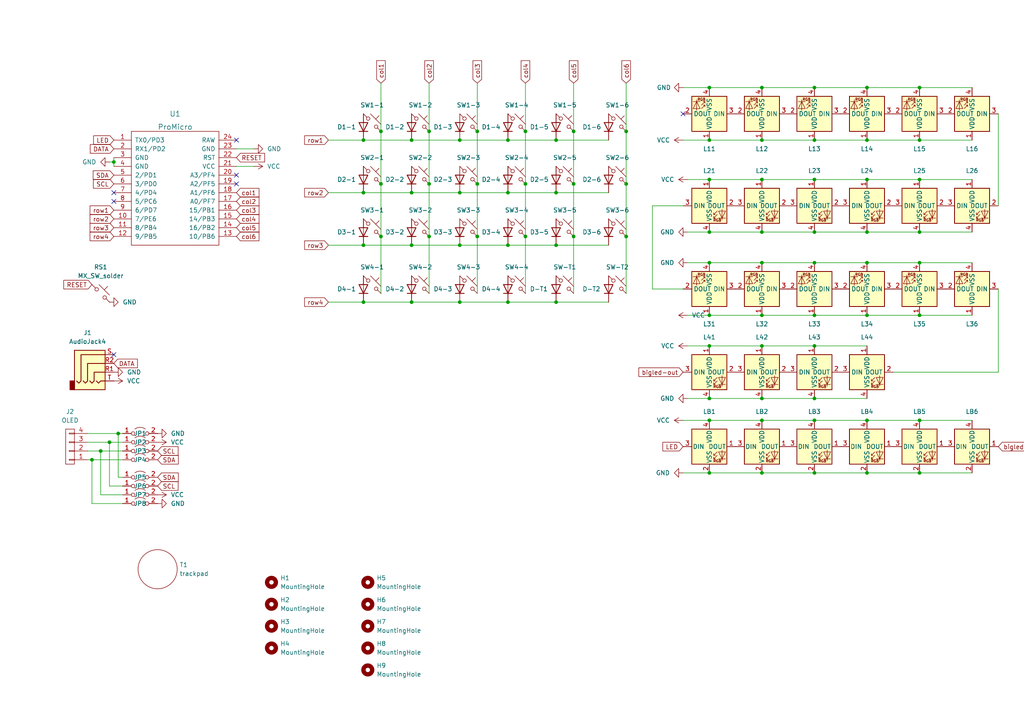
<source format=kicad_sch>
(kicad_sch (version 20211123) (generator eeschema)
  (paper "A4")
  (lib_symbols
    (symbol "Connector:AudioJack4"
      (property "Reference" "J" (at 0 8.89 0))
      (property "Value" "AudioJack4" (at 0 6.35 0))
      (symbol "AudioJack4_0_1"
        (rectangle (start -6.35 -5.08) (end -7.62 -7.62) (stroke (width 0.254)) (fill (type outline)))
        (polyline (pts (xy 0 -5.08) (xy 0.635 -5.715) (xy 1.27 -5.08) (xy 2.54 -5.08)) (stroke (width 0.254)))
        (polyline (pts (xy -5.715 -5.08) (xy -5.08 -5.715) (xy -4.445 -5.08) (xy -4.445 2.54) (xy 2.54 2.54)) (stroke (width 0.254)))
        (polyline (pts (xy -1.905 -5.08) (xy -1.27 -5.715) (xy -0.635 -5.08) (xy -0.635 -2.54) (xy 2.54 -2.54)) (stroke (width 0.254)))
        (polyline (pts (xy 2.54 0) (xy -2.54 0) (xy -2.54 -5.08) (xy -3.175 -5.715) (xy -3.81 -5.08)) (stroke (width 0.254)))
        (rectangle (start 2.54 3.81) (end -6.35 -7.62) (stroke (width 0.254)) (fill (type background)))
      )
      (symbol "AudioJack4_1_1"
        (pin passive line (at 5.08 -2.54 180) (length 2.54) (name "~") (number "R1"))
        (pin passive line (at 5.08 0 180) (length 2.54) (name "~") (number "R2"))
        (pin passive line (at 5.08 2.54 180) (length 2.54) (name "~") (number "S"))
        (pin passive line (at 5.08 -5.08 180) (length 2.54) (name "~") (number "T"))
      )
    )
    (symbol "Diode:1N4148W" (pin_numbers hide) (pin_names hide)
      (property "Reference" "D" (at 0 2.54 0))
      (property "Value" "1N4148W" (at 0 -2.54 0))
      (symbol "1N4148W_0_1"
        (polyline (pts (xy -1.27 1.27) (xy -1.27 -1.27)) (stroke (width 0.254)))
        (polyline (pts (xy 1.27 0) (xy -1.27 0)))
        (polyline (pts (xy 1.27 1.27) (xy 1.27 -1.27) (xy -1.27 0) (xy 1.27 1.27)) (stroke (width 0.254)))
      )
      (symbol "1N4148W_1_1"
        (pin passive line (at -3.81 0 0) (length 2.54) (name "K") (number "1"))
        (pin passive line (at 3.81 0 180) (length 2.54) (name "A") (number "2"))
      )
    )
    (symbol "Jumper:Jumper_2_Open" (pin_names (offset 0) hide)
      (property "Reference" "JP" (at 0 2.794 0))
      (property "Value" "Jumper_2_Open" (at 0 -2.286 0))
      (symbol "Jumper_2_Open_0_0"
        (circle (center -2.032 0) (radius 0.508))
        (circle (center 2.032 0) (radius 0.508))
      )
      (symbol "Jumper_2_Open_0_1"
        (arc (start 1.524 1.27) (mid 0 1.778) (end -1.524 1.27))
      )
      (symbol "Jumper_2_Open_1_1"
        (pin passive line (at -5.08 0 0) (length 2.54) (name "A") (number "1"))
        (pin passive line (at 5.08 0 180) (length 2.54) (name "B") (number "2"))
      )
    )
    (symbol "LED:SK6812MINI" (pin_names (offset 0.254))
      (property "Reference" "D" (at 5.08 5.715 0))
      (property "Value" "SK6812MINI" (at 1.27 -5.715 0))
      (symbol "SK6812MINI_0_0"
        (text "RGB" (at 2.286 -4.191 0) (effects (font (size 0.762 0.762))))
      )
      (symbol "SK6812MINI_0_1"
        (polyline (pts (xy 1.27 -3.556) (xy 1.778 -3.556)))
        (polyline (pts (xy 1.27 -2.54) (xy 1.778 -2.54)))
        (polyline (pts (xy 4.699 -3.556) (xy 2.667 -3.556)))
        (polyline (pts (xy 2.286 -2.54) (xy 1.27 -3.556) (xy 1.27 -3.048)))
        (polyline (pts (xy 2.286 -1.524) (xy 1.27 -2.54) (xy 1.27 -2.032)))
        (polyline (pts (xy 3.683 -1.016) (xy 3.683 -3.556) (xy 3.683 -4.064)))
        (polyline (pts (xy 4.699 -1.524) (xy 2.667 -1.524) (xy 3.683 -3.556) (xy 4.699 -1.524)))
        (rectangle (start 5.08 5.08) (end -5.08 -5.08) (stroke (width 0.254)) (fill (type background)))
      )
      (symbol "SK6812MINI_1_1"
        (pin output line (at 7.62 0 180) (length 2.54) (name "DOUT") (number "1"))
        (pin power_in line (at 0 -7.62 90) (length 2.54) (name "VSS") (number "2"))
        (pin input line (at -7.62 0 0) (length 2.54) (name "DIN") (number "3"))
        (pin power_in line (at 0 7.62 270) (length 2.54) (name "VDD") (number "4"))
      )
    )
    (symbol "Mechanical:MountingHole" (pin_names (offset 1.016))
      (property "Reference" "H" (at 0 5.08 0))
      (property "Value" "MountingHole" (at 0 3.175 0))
      (symbol "MountingHole_0_1"
        (circle (center 0 0) (radius 1.27) (stroke (width 1.27)))
      )
    )
    (symbol "keebio:ProMicro" (pin_names (offset 1.016))
      (property "Reference" "U" (at 0 0 0))
      (property "Value" "ProMicro" (at 0 -19.05 0))
      (symbol "ProMicro_0_1"
        (rectangle (start -12.7 -16.51) (end 12.7 16.51))
      )
      (symbol "ProMicro_1_1"
        (pin input line (at -17.78 13.97 0) (length 5.08) (name "TX0/PD3") (number "1"))
        (pin input line (at -17.78 -8.89 0) (length 5.08) (name "7/PE6") (number "10"))
        (pin input line (at -17.78 -11.43 0) (length 5.08) (name "8/PB4") (number "11"))
        (pin input line (at -17.78 -13.97 0) (length 5.08) (name "9/PB5") (number "12"))
        (pin input line (at 17.78 -13.97 180) (length 5.08) (name "10/PB6") (number "13"))
        (pin input line (at 17.78 -11.43 180) (length 5.08) (name "16/PB2") (number "14"))
        (pin input line (at 17.78 -8.89 180) (length 5.08) (name "14/PB3") (number "15"))
        (pin input line (at 17.78 -6.35 180) (length 5.08) (name "15/PB1") (number "16"))
        (pin input line (at 17.78 -3.81 180) (length 5.08) (name "A0/PF7") (number "17"))
        (pin input line (at 17.78 -1.27 180) (length 5.08) (name "A1/PF6") (number "18"))
        (pin input line (at 17.78 1.27 180) (length 5.08) (name "A2/PF5") (number "19"))
        (pin input line (at -17.78 11.43 0) (length 5.08) (name "RX1/PD2") (number "2"))
        (pin input line (at 17.78 3.81 180) (length 5.08) (name "A3/PF4") (number "20"))
        (pin input line (at 17.78 6.35 180) (length 5.08) (name "VCC") (number "21"))
        (pin input line (at 17.78 8.89 180) (length 5.08) (name "RST") (number "22"))
        (pin input line (at 17.78 11.43 180) (length 5.08) (name "GND") (number "23"))
        (pin input line (at 17.78 13.97 180) (length 5.08) (name "RAW") (number "24"))
        (pin input line (at -17.78 8.89 0) (length 5.08) (name "GND") (number "3"))
        (pin input line (at -17.78 6.35 0) (length 5.08) (name "GND") (number "4"))
        (pin input line (at -17.78 3.81 0) (length 5.08) (name "2/PD1") (number "5"))
        (pin input line (at -17.78 1.27 0) (length 5.08) (name "3/PD0") (number "6"))
        (pin input line (at -17.78 -1.27 0) (length 5.08) (name "4/PD4") (number "7"))
        (pin input line (at -17.78 -3.81 0) (length 5.08) (name "5/PC6") (number "8"))
        (pin input line (at -17.78 -6.35 0) (length 5.08) (name "6/PD7") (number "9"))
      )
    )
    (symbol "lily58-oled:OLED" (pin_names (offset 1.016) hide)
      (property "Reference" "J" (at 0 6.35 0))
      (property "Value" "OLED" (at 2.54 0 90))
      (symbol "OLED_0_1"
        (rectangle (start -1.27 -3.683) (end 0.254 -3.937))
        (rectangle (start -1.27 -1.143) (end 0.254 -1.397))
        (rectangle (start -1.27 1.397) (end 0.254 1.143))
        (rectangle (start -1.27 3.937) (end 0.254 3.683))
        (rectangle (start -1.27 5.08) (end 1.27 -5.08))
      )
      (symbol "OLED_1_1"
        (pin passive line (at -5.08 3.81 0) (length 3.81) (name "P1") (number "1"))
        (pin passive line (at -5.08 1.27 0) (length 3.81) (name "P2") (number "2"))
        (pin passive line (at -5.08 -1.27 0) (length 3.81) (name "P3") (number "3"))
        (pin passive line (at -5.08 -3.81 0) (length 3.81) (name "P4") (number "4"))
      )
    )
    (symbol "marbastlib-choc:choc_SK6812MINI-E"
      (property "Reference" "LED" (at 2.54 -6.35 0))
      (property "Value" "choc_SK6812MINI-E" (at 10.16 6.35 0))
      (symbol "choc_SK6812MINI-E_0_0"
        (text "RGB" (at 2.286 -4.191 0) (effects (font (size 0.762 0.762))))
      )
      (symbol "choc_SK6812MINI-E_0_1"
        (polyline (pts (xy 1.27 -3.556) (xy 1.778 -3.556)))
        (polyline (pts (xy 1.27 -2.54) (xy 1.778 -2.54)))
        (polyline (pts (xy 4.699 -3.556) (xy 2.667 -3.556)))
        (polyline (pts (xy 2.286 -2.54) (xy 1.27 -3.556) (xy 1.27 -3.048)))
        (polyline (pts (xy 2.286 -1.524) (xy 1.27 -2.54) (xy 1.27 -2.032)))
        (polyline (pts (xy 3.683 -1.016) (xy 3.683 -3.556) (xy 3.683 -4.064)))
        (polyline (pts (xy 4.699 -1.524) (xy 2.667 -1.524) (xy 3.683 -3.556) (xy 4.699 -1.524)))
        (rectangle (start 5.08 5.08) (end -5.08 -5.08) (stroke (width 0.254)) (fill (type background)))
      )
      (symbol "choc_SK6812MINI-E_1_1"
        (pin power_in line (at 0 7.62 270) (length 2.54) (name "VDD") (number "1"))
        (pin output line (at 7.62 0 180) (length 2.54) (name "DOUT") (number "2"))
        (pin input line (at -7.62 0 0) (length 2.54) (name "DIN") (number "3"))
        (pin power_in line (at 0 -7.62 90) (length 2.54) (name "VSS") (number "4"))
      )
    )
    (symbol "marbastlib-choc:choc_SW_HS" (pin_numbers hide) (pin_names (offset 1.016) hide)
      (property "Reference" "SW" (at 3.048 1.016 0))
      (property "Value" "choc_SW_HS" (at 0 -3.81 0))
      (symbol "choc_SW_HS_0_1"
        (circle (center -1.1684 1.1684) (radius 0.508))
        (polyline (pts (xy -0.508 2.54) (xy 2.54 -0.508)))
        (polyline (pts (xy 1.016 1.016) (xy 2.032 2.032)))
        (polyline (pts (xy -2.54 2.54) (xy -1.524 1.524) (xy -1.524 1.524)))
        (polyline (pts (xy 1.524 -1.524) (xy 2.54 -2.54) (xy 2.54 -2.54) (xy 2.54 -2.54)))
        (circle (center 1.143 -1.1938) (radius 0.508))
        (pin passive line (at -2.54 2.54 0) (length 0) (name "1") (number "1"))
        (pin passive line (at 2.54 -2.54 180) (length 0) (name "2") (number "2"))
      )
    )
    (symbol "marbastlib-mx:MX_SW_solder" (pin_numbers hide) (pin_names (offset 1.016) hide)
      (property "Reference" "SW" (at 3.048 1.016 0))
      (property "Value" "MX_SW_solder" (at 0 -3.81 0))
      (symbol "MX_SW_solder_0_1"
        (circle (center -1.1684 1.1684) (radius 0.508))
        (polyline (pts (xy -0.508 2.54) (xy 2.54 -0.508)))
        (polyline (pts (xy 1.016 1.016) (xy 2.032 2.032)))
        (polyline (pts (xy -2.54 2.54) (xy -1.524 1.524) (xy -1.524 1.524)))
        (polyline (pts (xy 1.524 -1.524) (xy 2.54 -2.54) (xy 2.54 -2.54) (xy 2.54 -2.54)))
        (circle (center 1.143 -1.1938) (radius 0.508))
        (pin passive line (at -2.54 2.54 0) (length 0) (name "1") (number "1"))
        (pin passive line (at 2.54 -2.54 180) (length 0) (name "2") (number "2"))
      )
    )
    (symbol "power:GND" (power) (pin_names (offset 0))
      (property "Value" "GND" (at 0 -3.81 0))
      (symbol "GND_0_1"
        (polyline (pts (xy 0 0) (xy 0 -1.27) (xy 1.27 -1.27) (xy 0 -2.54) (xy -1.27 -1.27) (xy 0 -1.27)))
      )
      (symbol "GND_1_1"
        (pin power_in line (at 0 0 270) (length 0) hide (name "GND") (number "1"))
      )
    )
    (symbol "power:VCC" (power) (pin_names (offset 0))
      (property "Value" "VCC" (at 0 3.81 0))
      (symbol "VCC_0_1"
        (polyline (pts (xy -0.762 1.27) (xy 0 2.54)))
        (polyline (pts (xy 0 0) (xy 0 2.54)))
        (polyline (pts (xy 0 2.54) (xy 0.762 1.27)))
      )
      (symbol "VCC_1_1"
        (pin power_in line (at 0 0 90) (length 0) hide (name "VCC") (number "1"))
      )
    )
    (symbol "project:trackpad"
      (property "Reference" "F" (at 0 2.54 0))
      (property "Value" "trackpad" (at 0 0 0))
      (symbol "trackpad_0_1"
        (circle (center 0 0) (radius 5.6796))
      )
    )
  )
  (junction (at 152.4 53.34))
  (junction (at 266.7 121.92))
  (junction (at 119.38 87.63))
  (junction (at 33.02 46.99))
  (junction (at 220.98 121.92))
  (junction (at 205.74 25.4))
  (junction (at 236.22 40.64))
  (junction (at 220.98 40.64))
  (junction (at 251.46 91.44))
  (junction (at 166.37 53.34))
  (junction (at 251.46 40.64))
  (junction (at 236.22 52.07))
  (junction (at 220.98 115.57))
  (junction (at 26.67 133.35))
  (junction (at 119.38 40.64))
  (junction (at 220.98 67.31))
  (junction (at 236.22 76.2))
  (junction (at 147.32 71.12))
  (junction (at 251.46 121.92))
  (junction (at 166.37 68.58))
  (junction (at 152.4 68.58))
  (junction (at 161.29 71.12))
  (junction (at 205.74 115.57))
  (junction (at 205.74 76.2))
  (junction (at 166.37 38.1))
  (junction (at 205.74 91.44))
  (junction (at 133.35 71.12))
  (junction (at 133.35 55.88))
  (junction (at 138.43 53.34))
  (junction (at 236.22 100.33))
  (junction (at 110.49 53.34))
  (junction (at 220.98 25.4))
  (junction (at 251.46 76.2))
  (junction (at 236.22 67.31))
  (junction (at 119.38 71.12))
  (junction (at 152.4 38.1))
  (junction (at 124.46 53.34))
  (junction (at 105.41 87.63))
  (junction (at 220.98 137.16))
  (junction (at 181.61 68.58))
  (junction (at 220.98 100.33))
  (junction (at 181.61 38.1))
  (junction (at 124.46 38.1))
  (junction (at 205.74 52.07))
  (junction (at 251.46 25.4))
  (junction (at 161.29 40.64))
  (junction (at 266.7 137.16))
  (junction (at 105.41 55.88))
  (junction (at 236.22 121.92))
  (junction (at 266.7 67.31))
  (junction (at 220.98 76.2))
  (junction (at 133.35 87.63))
  (junction (at 181.61 53.34))
  (junction (at 147.32 55.88))
  (junction (at 236.22 115.57))
  (junction (at 147.32 87.63))
  (junction (at 205.74 137.16))
  (junction (at 251.46 67.31))
  (junction (at 266.7 76.2))
  (junction (at 119.38 55.88))
  (junction (at 205.74 100.33))
  (junction (at 205.74 67.31))
  (junction (at 266.7 25.4))
  (junction (at 161.29 55.88))
  (junction (at 236.22 91.44))
  (junction (at 138.43 38.1))
  (junction (at 110.49 68.58))
  (junction (at 220.98 91.44))
  (junction (at 266.7 91.44))
  (junction (at 251.46 137.16))
  (junction (at 105.41 71.12))
  (junction (at 34.29 125.73))
  (junction (at 29.21 130.81))
  (junction (at 31.75 128.27))
  (junction (at 110.49 38.1))
  (junction (at 266.7 52.07))
  (junction (at 138.43 68.58))
  (junction (at 266.7 40.64))
  (junction (at 124.46 68.58))
  (junction (at 161.29 87.63))
  (junction (at 205.74 121.92))
  (junction (at 105.41 40.64))
  (junction (at 236.22 137.16))
  (junction (at 236.22 25.4))
  (junction (at 205.74 40.64))
  (junction (at 133.35 40.64))
  (junction (at 251.46 52.07))
  (junction (at 147.32 40.64))
  (junction (at 220.98 52.07))
  (no_connect (at 68.58 50.8))
  (no_connect (at 198.12 33.02))
  (no_connect (at 33.02 55.88))
  (no_connect (at 68.58 40.64))
  (no_connect (at 33.02 102.87))
  (no_connect (at 68.58 53.34))
  (no_connect (at 33.02 58.42))
  (wire (pts (xy 25.4 125.73) (xy 34.29 125.73)))
  (wire (pts (xy 181.61 38.1) (xy 181.61 53.34)))
  (wire (pts (xy 105.41 55.88) (xy 119.38 55.88)))
  (wire (pts (xy 236.22 76.2) (xy 251.46 76.2)))
  (wire (pts (xy 189.23 83.82) (xy 189.23 59.69)))
  (wire (pts (xy 205.74 115.57) (xy 220.98 115.57)))
  (wire (pts (xy 29.21 143.51) (xy 35.56 143.51)))
  (wire (pts (xy 199.39 91.44) (xy 205.74 91.44)))
  (wire (pts (xy 152.4 24.13) (xy 152.4 38.1)))
  (wire (pts (xy 105.41 87.63) (xy 119.38 87.63)))
  (wire (pts (xy 152.4 68.58) (xy 152.4 85.09)))
  (wire (pts (xy 95.25 71.12) (xy 105.41 71.12)))
  (wire (pts (xy 205.74 137.16) (xy 220.98 137.16)))
  (wire (pts (xy 199.39 52.07) (xy 205.74 52.07)))
  (wire (pts (xy 161.29 55.88) (xy 176.53 55.88)))
  (wire (pts (xy 34.29 138.43) (xy 35.56 138.43)))
  (wire (pts (xy 220.98 91.44) (xy 236.22 91.44)))
  (wire (pts (xy 166.37 24.13) (xy 166.37 38.1)))
  (wire (pts (xy 33.02 46.99) (xy 33.02 45.72)))
  (wire (pts (xy 205.74 76.2) (xy 220.98 76.2)))
  (wire (pts (xy 138.43 53.34) (xy 138.43 68.58)))
  (wire (pts (xy 205.74 67.31) (xy 220.98 67.31)))
  (wire (pts (xy 199.39 76.2) (xy 205.74 76.2)))
  (wire (pts (xy 138.43 68.58) (xy 138.43 85.09)))
  (wire (pts (xy 152.4 53.34) (xy 152.4 68.58)))
  (wire (pts (xy 251.46 121.92) (xy 266.7 121.92)))
  (wire (pts (xy 181.61 53.34) (xy 181.61 68.58)))
  (wire (pts (xy 251.46 25.4) (xy 266.7 25.4)))
  (wire (pts (xy 147.32 71.12) (xy 161.29 71.12)))
  (wire (pts (xy 119.38 55.88) (xy 133.35 55.88)))
  (wire (pts (xy 26.67 133.35) (xy 26.67 146.05)))
  (wire (pts (xy 110.49 38.1) (xy 110.49 53.34)))
  (wire (pts (xy 124.46 68.58) (xy 124.46 85.09)))
  (wire (pts (xy 133.35 55.88) (xy 147.32 55.88)))
  (wire (pts (xy 266.7 137.16) (xy 281.94 137.16)))
  (wire (pts (xy 236.22 121.92) (xy 251.46 121.92)))
  (wire (pts (xy 251.46 40.64) (xy 266.7 40.64)))
  (wire (pts (xy 236.22 67.31) (xy 251.46 67.31)))
  (wire (pts (xy 25.4 130.81) (xy 29.21 130.81)))
  (wire (pts (xy 220.98 76.2) (xy 236.22 76.2)))
  (wire (pts (xy 220.98 100.33) (xy 236.22 100.33)))
  (wire (pts (xy 25.4 128.27) (xy 31.75 128.27)))
  (wire (pts (xy 29.21 130.81) (xy 29.21 143.51)))
  (wire (pts (xy 105.41 71.12) (xy 119.38 71.12)))
  (wire (pts (xy 133.35 87.63) (xy 147.32 87.63)))
  (wire (pts (xy 236.22 40.64) (xy 251.46 40.64)))
  (wire (pts (xy 205.74 91.44) (xy 220.98 91.44)))
  (wire (pts (xy 138.43 38.1) (xy 138.43 53.34)))
  (wire (pts (xy 236.22 115.57) (xy 251.46 115.57)))
  (wire (pts (xy 251.46 137.16) (xy 266.7 137.16)))
  (wire (pts (xy 110.49 53.34) (xy 110.49 68.58)))
  (wire (pts (xy 251.46 52.07) (xy 266.7 52.07)))
  (wire (pts (xy 205.74 52.07) (xy 220.98 52.07)))
  (wire (pts (xy 236.22 100.33) (xy 251.46 100.33)))
  (wire (pts (xy 133.35 40.64) (xy 147.32 40.64)))
  (wire (pts (xy 161.29 40.64) (xy 176.53 40.64)))
  (wire (pts (xy 251.46 67.31) (xy 266.7 67.31)))
  (wire (pts (xy 110.49 24.13) (xy 110.49 38.1)))
  (wire (pts (xy 105.41 40.64) (xy 119.38 40.64)))
  (wire (pts (xy 26.67 146.05) (xy 35.56 146.05)))
  (wire (pts (xy 266.7 40.64) (xy 281.94 40.64)))
  (wire (pts (xy 205.74 39.37) (xy 205.74 40.64)))
  (wire (pts (xy 266.7 91.44) (xy 281.94 91.44)))
  (wire (pts (xy 205.74 100.33) (xy 220.98 100.33)))
  (wire (pts (xy 147.32 55.88) (xy 161.29 55.88)))
  (wire (pts (xy 199.39 115.57) (xy 205.74 115.57)))
  (wire (pts (xy 198.12 83.82) (xy 189.23 83.82)))
  (wire (pts (xy 33.02 46.99) (xy 33.02 48.26)))
  (wire (pts (xy 251.46 76.2) (xy 266.7 76.2)))
  (wire (pts (xy 133.35 71.12) (xy 147.32 71.12)))
  (wire (pts (xy 95.25 55.88) (xy 105.41 55.88)))
  (wire (pts (xy 236.22 91.44) (xy 251.46 91.44)))
  (wire (pts (xy 236.22 52.07) (xy 251.46 52.07)))
  (wire (pts (xy 205.74 121.92) (xy 220.98 121.92)))
  (wire (pts (xy 124.46 24.13) (xy 124.46 38.1)))
  (wire (pts (xy 31.75 128.27) (xy 31.75 140.97)))
  (wire (pts (xy 220.98 115.57) (xy 236.22 115.57)))
  (wire (pts (xy 31.75 140.97) (xy 35.56 140.97)))
  (wire (pts (xy 138.43 24.13) (xy 138.43 38.1)))
  (wire (pts (xy 236.22 25.4) (xy 251.46 25.4)))
  (wire (pts (xy 220.98 67.31) (xy 236.22 67.31)))
  (wire (pts (xy 95.25 40.64) (xy 105.41 40.64)))
  (wire (pts (xy 152.4 38.1) (xy 152.4 53.34)))
  (wire (pts (xy 198.12 121.92) (xy 205.74 121.92)))
  (wire (pts (xy 26.67 133.35) (xy 35.56 133.35)))
  (wire (pts (xy 189.23 59.69) (xy 198.12 59.69)))
  (wire (pts (xy 198.12 25.4) (xy 205.74 25.4)))
  (wire (pts (xy 199.39 100.33) (xy 205.74 100.33)))
  (wire (pts (xy 289.56 107.95) (xy 259.08 107.95)))
  (wire (pts (xy 205.74 40.64) (xy 220.98 40.64)))
  (wire (pts (xy 119.38 40.64) (xy 133.35 40.64)))
  (wire (pts (xy 161.29 87.63) (xy 176.53 87.63)))
  (wire (pts (xy 147.32 87.63) (xy 161.29 87.63)))
  (wire (pts (xy 29.21 130.81) (xy 35.56 130.81)))
  (wire (pts (xy 198.12 40.64) (xy 205.74 40.64)))
  (wire (pts (xy 220.98 52.07) (xy 236.22 52.07)))
  (wire (pts (xy 236.22 137.16) (xy 251.46 137.16)))
  (wire (pts (xy 147.32 40.64) (xy 161.29 40.64)))
  (wire (pts (xy 166.37 38.1) (xy 166.37 53.34)))
  (wire (pts (xy 110.49 68.58) (xy 110.49 85.09)))
  (wire (pts (xy 220.98 121.92) (xy 236.22 121.92)))
  (wire (pts (xy 25.4 133.35) (xy 26.67 133.35)))
  (wire (pts (xy 166.37 53.34) (xy 166.37 68.58)))
  (wire (pts (xy 220.98 25.4) (xy 236.22 25.4)))
  (wire (pts (xy 198.12 137.16) (xy 205.74 137.16)))
  (wire (pts (xy 266.7 67.31) (xy 281.94 67.31)))
  (wire (pts (xy 220.98 40.64) (xy 236.22 40.64)))
  (wire (pts (xy 166.37 68.58) (xy 166.37 85.09)))
  (wire (pts (xy 73.66 43.18) (xy 68.58 43.18)))
  (wire (pts (xy 34.29 125.73) (xy 35.56 125.73)))
  (wire (pts (xy 124.46 53.34) (xy 124.46 68.58)))
  (wire (pts (xy 124.46 38.1) (xy 124.46 53.34)))
  (wire (pts (xy 266.7 121.92) (xy 281.94 121.92)))
  (wire (pts (xy 31.75 46.99) (xy 33.02 46.99)))
  (wire (pts (xy 199.39 67.31) (xy 205.74 67.31)))
  (wire (pts (xy 161.29 71.12) (xy 176.53 71.12)))
  (wire (pts (xy 266.7 52.07) (xy 281.94 52.07)))
  (wire (pts (xy 31.75 128.27) (xy 35.56 128.27)))
  (wire (pts (xy 289.56 83.82) (xy 289.56 107.95)))
  (wire (pts (xy 181.61 68.58) (xy 181.61 85.09)))
  (wire (pts (xy 181.61 24.13) (xy 181.61 38.1)))
  (wire (pts (xy 251.46 91.44) (xy 266.7 91.44)))
  (wire (pts (xy 95.25 87.63) (xy 105.41 87.63)))
  (wire (pts (xy 266.7 25.4) (xy 281.94 25.4)))
  (wire (pts (xy 220.98 137.16) (xy 236.22 137.16)))
  (wire (pts (xy 205.74 25.4) (xy 220.98 25.4)))
  (wire (pts (xy 289.56 33.02) (xy 289.56 59.69)))
  (wire (pts (xy 119.38 87.63) (xy 133.35 87.63)))
  (wire (pts (xy 119.38 71.12) (xy 133.35 71.12)))
  (wire (pts (xy 73.66 48.26) (xy 68.58 48.26)))
  (wire (pts (xy 34.29 125.73) (xy 34.29 138.43)))
  (wire (pts (xy 266.7 76.2) (xy 281.94 76.2)))
  (global_label "col2" (shape input) (at 124.46 24.13 90) (property "Intersheet References" "${INTERSHEET_REFS}" (effects hide)))
  (global_label "SCL" (shape input) (at 45.72 130.81 0) (property "Intersheet References" "${INTERSHEET_REFS}" (effects hide)))
  (global_label "DATA" (shape input) (at 33.02 43.18 180) (property "Intersheet References" "${INTERSHEET_REFS}" (effects hide)))
  (global_label "LED" (shape input) (at 198.12 129.54 180) (property "Intersheet References" "${INTERSHEET_REFS}" (effects hide)))
  (global_label "row4" (shape input) (at 95.25 87.63 180) (property "Intersheet References" "${INTERSHEET_REFS}" (effects hide)))
  (global_label "col5" (shape input) (at 166.37 24.13 90) (property "Intersheet References" "${INTERSHEET_REFS}" (effects hide)))
  (global_label "row4" (shape input) (at 33.02 68.58 180) (property "Intersheet References" "${INTERSHEET_REFS}" (effects hide)))
  (global_label "row3" (shape input) (at 33.02 66.04 180) (property "Intersheet References" "${INTERSHEET_REFS}" (effects hide)))
  (global_label "row3" (shape input) (at 95.25 71.12 180) (property "Intersheet References" "${INTERSHEET_REFS}" (effects hide)))
  (global_label "col3" (shape input) (at 68.58 60.96 0) (property "Intersheet References" "${INTERSHEET_REFS}" (effects hide)))
  (global_label "DATA" (shape input) (at 33.02 105.41 0) (property "Intersheet References" "${INTERSHEET_REFS}" (effects hide)))
  (global_label "bigled-out" (shape input) (at 198.12 107.95 180) (property "Intersheet References" "${INTERSHEET_REFS}" (effects hide)))
  (global_label "col2" (shape input) (at 68.58 58.42 0) (property "Intersheet References" "${INTERSHEET_REFS}" (effects hide)))
  (global_label "row1" (shape input) (at 95.25 40.64 180) (property "Intersheet References" "${INTERSHEET_REFS}" (effects hide)))
  (global_label "row1" (shape input) (at 33.02 60.96 180) (property "Intersheet References" "${INTERSHEET_REFS}" (effects hide)))
  (global_label "col4" (shape input) (at 152.4 24.13 90) (property "Intersheet References" "${INTERSHEET_REFS}" (effects hide)))
  (global_label "row2" (shape input) (at 95.25 55.88 180) (property "Intersheet References" "${INTERSHEET_REFS}" (effects hide)))
  (global_label "row2" (shape input) (at 33.02 63.5 180) (property "Intersheet References" "${INTERSHEET_REFS}" (effects hide)))
  (global_label "RESET" (shape input) (at 68.58 45.72 0) (property "Intersheet References" "${INTERSHEET_REFS}" (effects hide)))
  (global_label "col3" (shape input) (at 138.43 24.13 90) (property "Intersheet References" "${INTERSHEET_REFS}" (effects hide)))
  (global_label "col6" (shape input) (at 68.58 68.58 0) (property "Intersheet References" "${INTERSHEET_REFS}" (effects hide)))
  (global_label "SDA" (shape input) (at 45.72 133.35 0) (property "Intersheet References" "${INTERSHEET_REFS}" (effects hide)))
  (global_label "SDA" (shape input) (at 33.02 50.8 180) (property "Intersheet References" "${INTERSHEET_REFS}" (effects hide)))
  (global_label "LED" (shape input) (at 33.02 40.64 180) (property "Intersheet References" "${INTERSHEET_REFS}" (effects hide)))
  (global_label "col1" (shape input) (at 110.49 24.13 90) (property "Intersheet References" "${INTERSHEET_REFS}" (effects hide)))
  (global_label "SCL" (shape input) (at 33.02 53.34 180) (property "Intersheet References" "${INTERSHEET_REFS}" (effects hide)))
  (global_label "col4" (shape input) (at 68.58 63.5 0) (property "Intersheet References" "${INTERSHEET_REFS}" (effects hide)))
  (global_label "SDA" (shape input) (at 45.72 138.43 0) (property "Intersheet References" "${INTERSHEET_REFS}" (effects hide)))
  (global_label "RESET" (shape input) (at 26.67 82.55 180) (property "Intersheet References" "${INTERSHEET_REFS}" (effects hide)))
  (global_label "col1" (shape input) (at 68.58 55.88 0) (property "Intersheet References" "${INTERSHEET_REFS}" (effects hide)))
  (global_label "SCL" (shape input) (at 45.72 140.97 0) (property "Intersheet References" "${INTERSHEET_REFS}" (effects hide)))
  (global_label "col5" (shape input) (at 68.58 66.04 0) (property "Intersheet References" "${INTERSHEET_REFS}" (effects hide)))
  (global_label "col6" (shape input) (at 181.61 24.13 90) (property "Intersheet References" "${INTERSHEET_REFS}" (effects hide)))
  (global_label "bigled-out" (shape input) (at 289.56 129.54 0) (property "Intersheet References" "${INTERSHEET_REFS}" (effects hide)))
  (symbol (lib_id "Diode:1N4148W") (at 105.41 83.82 90) (unit 1)
    (property "Reference" "D4-1" (at 97.79 83.82 90) (effects (justify right)))
    (property "Value" "1N4148W" (effects hide))
    (property "Footprint" "Footprints:Diode_SOD123" (effects hide))
    (property "Datasheet" "https://www.vishay.com/docs/85748/1n4148w.pdf" (effects hide))
  )
  (symbol (lib_id "marbastlib-choc:choc_SK6812MINI-E") (at 251.46 107.95 0) (unit 1)
    (property "Reference" "L44" (at 251.46 97.79 0))
    (property "Value" "choc_SK6812MINI-E" (effects hide))
    (property "Footprint" "Footprints:LED_choc_6028R_doublesided_rotated_twice" (effects hide))
  )
  (symbol (lib_id "marbastlib-choc:choc_SW_HS") (at 149.86 82.55 0) (unit 1)
    (property "Reference" "SW4-4" (at 149.86 77.47 0))
    (property "Value" "choc_SW_HS" (effects hide))
    (property "Footprint" "Footprints:SW_choc_HS_1u_reversible_rotated" (effects hide))
  )
  (symbol (lib_id "Diode:1N4148W") (at 133.35 83.82 90) (unit 1)
    (property "Reference" "D4-3" (at 125.73 83.82 90) (effects (justify right)))
    (property "Value" "1N4148W" (effects hide))
    (property "Footprint" "Footprints:Diode_SOD123" (effects hide))
    (property "Datasheet" "https://www.vishay.com/docs/85748/1n4148w.pdf" (effects hide))
  )
  (symbol (lib_id "power:VCC") (at 199.39 100.33 90) (unit 1)
    (property "Reference" "#PWR0113" (effects hide))
    (property "Value" "VCC" (at 195.58 100.3299 90) (effects (justify left)))
  )
  (symbol (lib_id "power:GND") (at 31.75 87.63 90) (unit 1)
    (property "Reference" "#PWR0101" (effects hide))
    (property "Value" "GND" (at 35.56 87.6299 90) (effects (justify right)))
  )
  (symbol (lib_id "marbastlib-choc:choc_SW_HS") (at 163.83 35.56 0) (unit 1)
    (property "Reference" "SW1-5" (at 163.83 30.48 0))
    (property "Value" "choc_SW_HS" (effects hide))
    (property "Footprint" "Footprints:SW_choc_HS_1u_reversible_rotated" (effects hide))
  )
  (symbol (lib_id "marbastlib-choc:choc_SK6812MINI-E") (at 266.7 33.02 180) (unit 1)
    (property "Reference" "L15" (at 266.7 43.18 0))
    (property "Value" "choc_SK6812MINI-E" (effects hide))
    (property "Footprint" "Footprints:LED_choc_6028R_doublesided_rotated" (effects hide))
  )
  (symbol (lib_id "Diode:1N4148W") (at 147.32 67.31 90) (unit 1)
    (property "Reference" "D3-4" (at 139.7 67.31 90) (effects (justify right)))
    (property "Value" "1N4148W" (effects hide))
    (property "Footprint" "Footprints:Diode_SOD123" (effects hide))
    (property "Datasheet" "https://www.vishay.com/docs/85748/1n4148w.pdf" (effects hide))
  )
  (symbol (lib_id "Diode:1N4148W") (at 119.38 67.31 90) (unit 1)
    (property "Reference" "D3-2" (at 111.76 67.31 90) (effects (justify right)))
    (property "Value" "1N4148W" (effects hide))
    (property "Footprint" "Footprints:Diode_SOD123" (effects hide))
    (property "Datasheet" "https://www.vishay.com/docs/85748/1n4148w.pdf" (effects hide))
  )
  (symbol (lib_id "marbastlib-choc:choc_SW_HS") (at 179.07 82.55 0) (unit 1)
    (property "Reference" "SW-T2" (at 179.07 77.47 0))
    (property "Value" "choc_SW_HS" (effects hide))
    (property "Footprint" "Footprints:SW_PUSH_6mm_H5mm" (effects hide))
  )
  (symbol (lib_id "power:VCC") (at 45.72 143.51 270) (unit 1)
    (property "Reference" "#PWR03" (effects hide))
    (property "Value" "VCC" (at 49.53 143.5099 90) (effects (justify left)))
  )
  (symbol (lib_id "Mechanical:MountingHole") (at 78.74 181.61 0) (unit 1)
    (property "Reference" "H3" (at 81.28 180.3399 0) (effects (justify left)))
    (property "Value" "MountingHole" (at 81.28 182.8799 0) (effects (justify left)))
    (property "Footprint" "Footprints:MountingHole_2.2mm_M2_ISO14580_Pad" (effects hide))
  )
  (symbol (lib_id "power:VCC") (at 33.02 110.49 270) (unit 1)
    (property "Reference" "#PWR0110" (effects hide))
    (property "Value" "VCC" (at 36.83 110.4899 90) (effects (justify left)))
  )
  (symbol (lib_id "marbastlib-choc:choc_SK6812MINI-E") (at 251.46 83.82 180) (unit 1)
    (property "Reference" "L34" (at 251.46 93.98 0))
    (property "Value" "choc_SK6812MINI-E" (effects hide))
    (property "Footprint" "Footprints:LED_choc_6028R_doublesided_rotated" (effects hide))
  )
  (symbol (lib_id "Jumper:Jumper_2_Open") (at 40.64 130.81 0) (unit 1)
    (property "Reference" "JP3" (at 40.64 130.81 0))
    (property "Value" "Jumper_2_Open" (effects hide))
    (property "Footprint" "Footprints:Jumper" (effects hide))
  )
  (symbol (lib_id "marbastlib-choc:choc_SW_HS") (at 135.89 35.56 0) (unit 1)
    (property "Reference" "SW1-3" (at 135.89 30.48 0))
    (property "Value" "choc_SW_HS" (effects hide))
    (property "Footprint" "Footprints:SW_choc_HS_1u_reversible_rotated" (effects hide))
  )
  (symbol (lib_id "Mechanical:MountingHole") (at 78.74 175.26 0) (unit 1)
    (property "Reference" "H2" (at 81.28 173.9899 0) (effects (justify left)))
    (property "Value" "MountingHole" (at 81.28 176.5299 0) (effects (justify left)))
    (property "Footprint" "Footprints:MountingHole_2.2mm_M2_ISO14580_Pad" (effects hide))
  )
  (symbol (lib_id "power:VCC") (at 198.12 40.64 90) (unit 1)
    (property "Reference" "#PWR0106" (effects hide))
    (property "Value" "VCC" (at 190.5 40.64 90) (effects (justify right)))
  )
  (symbol (lib_id "power:GND") (at 45.72 146.05 90) (unit 1)
    (property "Reference" "#PWR04" (effects hide))
    (property "Value" "GND" (at 49.53 146.0499 90) (effects (justify right)))
  )
  (symbol (lib_id "LED:SK6812MINI") (at 266.7 129.54 0) (unit 1)
    (property "Reference" "LB5" (at 266.7 119.38 0))
    (property "Value" "SK6812MINI" (effects hide))
    (property "Footprint" "Footprints:LED_SK6812MINI_PLCC4_3.5x3.5mm_P1.75mm" (effects hide))
    (property "Datasheet" "https://cdn-shop.adafruit.com/product-files/2686/SK6812MINI_REV.01-1-2.pdf" (effects hide))
  )
  (symbol (lib_id "marbastlib-choc:choc_SK6812MINI-E") (at 281.94 83.82 180) (unit 1)
    (property "Reference" "L36" (at 281.94 93.98 0))
    (property "Value" "choc_SK6812MINI-E" (effects hide))
    (property "Footprint" "Footprints:LED_choc_6028R_doublesided_rotated" (effects hide))
  )
  (symbol (lib_id "Mechanical:MountingHole") (at 78.74 168.91 0) (unit 1)
    (property "Reference" "H1" (at 81.28 167.6399 0) (effects (justify left)))
    (property "Value" "MountingHole" (at 81.28 170.1799 0) (effects (justify left)))
    (property "Footprint" "Footprints:MountingHole_2.2mm_M2_ISO14580_Pad" (effects hide))
  )
  (symbol (lib_id "power:VCC") (at 45.72 128.27 270) (unit 1)
    (property "Reference" "#PWR02" (effects hide))
    (property "Value" "VCC" (at 49.53 128.2699 90) (effects (justify left)))
  )
  (symbol (lib_id "Diode:1N4148W") (at 161.29 36.83 90) (unit 1)
    (property "Reference" "D1-5" (at 153.67 36.83 90) (effects (justify right)))
    (property "Value" "1N4148W" (effects hide))
    (property "Footprint" "Footprints:Diode_SOD123" (effects hide))
    (property "Datasheet" "https://www.vishay.com/docs/85748/1n4148w.pdf" (effects hide))
  )
  (symbol (lib_id "marbastlib-choc:choc_SK6812MINI-E") (at 251.46 33.02 180) (unit 1)
    (property "Reference" "L14" (at 251.46 43.18 0))
    (property "Value" "choc_SK6812MINI-E" (effects hide))
    (property "Footprint" "Footprints:LED_choc_6028R_doublesided_rotated" (effects hide))
  )
  (symbol (lib_id "Diode:1N4148W") (at 147.32 52.07 90) (unit 1)
    (property "Reference" "D2-4" (at 139.7 52.07 90) (effects (justify right)))
    (property "Value" "1N4148W" (effects hide))
    (property "Footprint" "Footprints:Diode_SOD123" (effects hide))
    (property "Datasheet" "https://www.vishay.com/docs/85748/1n4148w.pdf" (effects hide))
  )
  (symbol (lib_id "marbastlib-choc:choc_SW_HS") (at 121.92 66.04 0) (unit 1)
    (property "Reference" "SW3-2" (at 121.92 60.96 0))
    (property "Value" "choc_SW_HS" (effects hide))
    (property "Footprint" "Footprints:SW_choc_HS_1u_reversible_rotated" (effects hide))
  )
  (symbol (lib_id "marbastlib-choc:choc_SK6812MINI-E") (at 236.22 59.69 0) (unit 1)
    (property "Reference" "L23" (at 236.22 49.53 0))
    (property "Value" "choc_SK6812MINI-E" (effects hide))
    (property "Footprint" "Footprints:LED_choc_6028R_doublesided_rotated_twice" (effects hide))
  )
  (symbol (lib_id "marbastlib-choc:choc_SW_HS") (at 135.89 66.04 0) (unit 1)
    (property "Reference" "SW3-3" (at 135.89 60.96 0))
    (property "Value" "choc_SW_HS" (effects hide))
    (property "Footprint" "Footprints:SW_choc_HS_1u_reversible_rotated" (effects hide))
  )
  (symbol (lib_id "marbastlib-choc:choc_SW_HS") (at 107.95 35.56 0) (unit 1)
    (property "Reference" "SW1-1" (at 107.95 30.48 0))
    (property "Value" "choc_SW_HS" (effects hide))
    (property "Footprint" "Footprints:SW_choc_HS_1u_reversible_rotated" (effects hide))
  )
  (symbol (lib_id "LED:SK6812MINI") (at 220.98 129.54 0) (unit 1)
    (property "Reference" "LB2" (at 220.98 119.38 0))
    (property "Value" "SK6812MINI" (effects hide))
    (property "Footprint" "Footprints:LED_SK6812MINI_PLCC4_3.5x3.5mm_P1.75mm" (effects hide))
    (property "Datasheet" "https://cdn-shop.adafruit.com/product-files/2686/SK6812MINI_REV.01-1-2.pdf" (effects hide))
  )
  (symbol (lib_id "power:VCC") (at 73.66 48.26 270) (unit 1)
    (property "Reference" "#PWR0112" (effects hide))
    (property "Value" "VCC" (at 77.47 48.2599 90) (effects (justify left)))
  )
  (symbol (lib_id "marbastlib-choc:choc_SK6812MINI-E") (at 236.22 33.02 180) (unit 1)
    (property "Reference" "L13" (at 236.22 43.18 0))
    (property "Value" "choc_SK6812MINI-E" (effects hide))
    (property "Footprint" "Footprints:LED_choc_6028R_doublesided_rotated" (effects hide))
  )
  (symbol (lib_id "marbastlib-choc:choc_SK6812MINI-E") (at 266.7 83.82 180) (unit 1)
    (property "Reference" "L35" (at 266.7 93.98 0))
    (property "Value" "choc_SK6812MINI-E" (effects hide))
    (property "Footprint" "Footprints:LED_choc_6028R_doublesided_rotated" (effects hide))
  )
  (symbol (lib_id "Diode:1N4148W") (at 133.35 67.31 90) (unit 1)
    (property "Reference" "D3-3" (at 125.73 67.31 90) (effects (justify right)))
    (property "Value" "1N4148W" (effects hide))
    (property "Footprint" "Footprints:Diode_SOD123" (effects hide))
    (property "Datasheet" "https://www.vishay.com/docs/85748/1n4148w.pdf" (effects hide))
  )
  (symbol (lib_id "LED:SK6812MINI") (at 205.74 129.54 0) (unit 1)
    (property "Reference" "LB1" (at 205.74 119.38 0))
    (property "Value" "SK6812MINI" (effects hide))
    (property "Footprint" "Footprints:LED_SK6812MINI_PLCC4_3.5x3.5mm_P1.75mm" (effects hide))
    (property "Datasheet" "https://cdn-shop.adafruit.com/product-files/2686/SK6812MINI_REV.01-1-2.pdf" (effects hide))
  )
  (symbol (lib_id "power:GND") (at 198.12 25.4 270) (unit 1)
    (property "Reference" "#PWR0107" (effects hide))
    (property "Value" "GND" (at 190.5 25.4 90) (effects (justify left)))
  )
  (symbol (lib_id "marbastlib-choc:choc_SW_HS") (at 121.92 50.8 0) (unit 1)
    (property "Reference" "SW2-2" (at 121.92 45.72 0))
    (property "Value" "choc_SW_HS" (effects hide))
    (property "Footprint" "Footprints:SW_choc_HS_1u_reversible_rotated" (effects hide))
  )
  (symbol (lib_id "LED:SK6812MINI") (at 251.46 129.54 0) (unit 1)
    (property "Reference" "LB4" (at 251.46 119.38 0))
    (property "Value" "SK6812MINI" (effects hide))
    (property "Footprint" "Footprints:LED_SK6812MINI_PLCC4_3.5x3.5mm_P1.75mm" (effects hide))
    (property "Datasheet" "https://cdn-shop.adafruit.com/product-files/2686/SK6812MINI_REV.01-1-2.pdf" (effects hide))
  )
  (symbol (lib_id "marbastlib-choc:choc_SW_HS") (at 121.92 82.55 0) (unit 1)
    (property "Reference" "SW4-2" (at 121.92 77.47 0))
    (property "Value" "choc_SW_HS" (effects hide))
    (property "Footprint" "Footprints:SW_choc_HS_1u_reversible_rotated" (effects hide))
  )
  (symbol (lib_id "Diode:1N4148W") (at 176.53 36.83 90) (unit 1)
    (property "Reference" "D1-6" (at 168.91 36.83 90) (effects (justify right)))
    (property "Value" "1N4148W" (effects hide))
    (property "Footprint" "Footprints:Diode_SOD123" (effects hide))
    (property "Datasheet" "https://www.vishay.com/docs/85748/1n4148w.pdf" (effects hide))
  )
  (symbol (lib_id "marbastlib-choc:choc_SK6812MINI-E") (at 281.94 59.69 0) (unit 1)
    (property "Reference" "L26" (at 281.94 49.53 0))
    (property "Value" "choc_SK6812MINI-E" (effects hide))
    (property "Footprint" "Footprints:LED_choc_6028R_doublesided_rotated_twice" (effects hide))
  )
  (symbol (lib_id "Diode:1N4148W") (at 119.38 52.07 90) (unit 1)
    (property "Reference" "D2-2" (at 111.76 52.07 90) (effects (justify right)))
    (property "Value" "1N4148W" (effects hide))
    (property "Footprint" "Footprints:Diode_SOD123" (effects hide))
    (property "Datasheet" "https://www.vishay.com/docs/85748/1n4148w.pdf" (effects hide))
  )
  (symbol (lib_id "Jumper:Jumper_2_Open") (at 40.64 138.43 0) (unit 1)
    (property "Reference" "JP5" (at 40.64 138.43 0))
    (property "Value" "Jumper_2_Open" (effects hide))
    (property "Footprint" "Footprints:Jumper" (effects hide))
  )
  (symbol (lib_id "Jumper:Jumper_2_Open") (at 40.64 133.35 0) (unit 1)
    (property "Reference" "JP4" (at 40.64 133.35 0))
    (property "Value" "Jumper_2_Open" (effects hide))
    (property "Footprint" "Footprints:Jumper" (effects hide))
  )
  (symbol (lib_id "Connector:AudioJack4") (at 27.94 105.41 0) (unit 1)
    (property "Reference" "J1" (at 25.4 96.52 0))
    (property "Value" "AudioJack4" (at 25.4 99.06 0))
    (property "Footprint" "Footprints:TRRS_JACK_MJ4PP9_Renamed" (effects hide))
  )
  (symbol (lib_id "marbastlib-choc:choc_SW_HS") (at 107.95 66.04 0) (unit 1)
    (property "Reference" "SW3-1" (at 107.95 60.96 0))
    (property "Value" "choc_SW_HS" (effects hide))
    (property "Footprint" "Footprints:SW_choc_HS_1u_reversible_rotated" (effects hide))
  )
  (symbol (lib_id "Jumper:Jumper_2_Open") (at 40.64 125.73 0) (unit 1)
    (property "Reference" "JP1" (at 40.64 125.73 0))
    (property "Value" "Jumper_2_Open" (effects hide))
    (property "Footprint" "Footprints:Jumper" (effects hide))
  )
  (symbol (lib_id "Diode:1N4148W") (at 176.53 67.31 90) (unit 1)
    (property "Reference" "D3-6" (at 168.91 67.31 90) (effects (justify right)))
    (property "Value" "1N4148W" (effects hide))
    (property "Footprint" "Footprints:Diode_SOD123" (effects hide))
    (property "Datasheet" "https://www.vishay.com/docs/85748/1n4148w.pdf" (effects hide))
  )
  (symbol (lib_id "power:VCC") (at 199.39 52.07 90) (unit 1)
    (property "Reference" "#PWR0108" (effects hide))
    (property "Value" "VCC" (at 195.58 52.0699 90) (effects (justify left)))
  )
  (symbol (lib_id "marbastlib-choc:choc_SK6812MINI-E") (at 220.98 59.69 0) (unit 1)
    (property "Reference" "L22" (at 220.98 49.53 0))
    (property "Value" "choc_SK6812MINI-E" (effects hide))
    (property "Footprint" "Footprints:LED_choc_6028R_doublesided_rotated_twice" (effects hide))
  )
  (symbol (lib_id "marbastlib-choc:choc_SW_HS") (at 149.86 50.8 0) (unit 1)
    (property "Reference" "SW2-4" (at 149.86 45.72 0))
    (property "Value" "choc_SW_HS" (effects hide))
    (property "Footprint" "Footprints:SW_choc_HS_1u_reversible_rotated" (effects hide))
  )
  (symbol (lib_id "LED:SK6812MINI") (at 281.94 129.54 0) (unit 1)
    (property "Reference" "LB6" (at 281.94 119.38 0))
    (property "Value" "SK6812MINI" (effects hide))
    (property "Footprint" "Footprints:LED_SK6812MINI_PLCC4_3.5x3.5mm_P1.75mm" (effects hide))
    (property "Datasheet" "https://cdn-shop.adafruit.com/product-files/2686/SK6812MINI_REV.01-1-2.pdf" (effects hide))
  )
  (symbol (lib_id "Diode:1N4148W") (at 133.35 36.83 90) (unit 1)
    (property "Reference" "D1-3" (at 125.73 36.83 90) (effects (justify right)))
    (property "Value" "1N4148W" (effects hide))
    (property "Footprint" "Footprints:Diode_SOD123" (effects hide))
    (property "Datasheet" "https://www.vishay.com/docs/85748/1n4148w.pdf" (effects hide))
  )
  (symbol (lib_id "marbastlib-choc:choc_SW_HS") (at 163.83 50.8 0) (unit 1)
    (property "Reference" "SW2-5" (at 163.83 45.72 0))
    (property "Value" "choc_SW_HS" (effects hide))
    (property "Footprint" "Footprints:SW_choc_HS_1u_reversible_rotated" (effects hide))
  )
  (symbol (lib_id "power:GND") (at 31.75 46.99 270) (unit 1)
    (property "Reference" "#PWR0102" (effects hide))
    (property "Value" "GND" (at 27.94 46.9899 90) (effects (justify right)))
  )
  (symbol (lib_id "marbastlib-choc:choc_SK6812MINI-E") (at 205.74 107.95 0) (unit 1)
    (property "Reference" "L41" (at 205.74 97.79 0))
    (property "Value" "choc_SK6812MINI-E" (effects hide))
    (property "Footprint" "Footprints:LED_choc_6028R_doublesided_rotated_twice" (effects hide))
  )
  (symbol (lib_id "marbastlib-choc:choc_SW_HS") (at 163.83 66.04 0) (unit 1)
    (property "Reference" "SW3-5" (at 163.83 60.96 0))
    (property "Value" "choc_SW_HS" (effects hide))
    (property "Footprint" "Footprints:SW_choc_HS_1u_reversible_rotated" (effects hide))
  )
  (symbol (lib_id "marbastlib-choc:choc_SK6812MINI-E") (at 281.94 33.02 180) (unit 1)
    (property "Reference" "L16" (at 281.94 43.18 0))
    (property "Value" "choc_SK6812MINI-E" (effects hide))
    (property "Footprint" "Footprints:LED_choc_6028R_doublesided_rotated" (effects hide))
  )
  (symbol (lib_id "Diode:1N4148W") (at 133.35 52.07 90) (unit 1)
    (property "Reference" "D2-3" (at 125.73 52.07 90) (effects (justify right)))
    (property "Value" "1N4148W" (effects hide))
    (property "Footprint" "Footprints:Diode_SOD123" (effects hide))
    (property "Datasheet" "https://www.vishay.com/docs/85748/1n4148w.pdf" (effects hide))
  )
  (symbol (lib_id "marbastlib-choc:choc_SW_HS") (at 135.89 50.8 0) (unit 1)
    (property "Reference" "SW2-3" (at 135.89 45.72 0))
    (property "Value" "choc_SW_HS" (effects hide))
    (property "Footprint" "Footprints:SW_choc_HS_1u_reversible_rotated" (effects hide))
  )
  (symbol (lib_id "marbastlib-choc:choc_SK6812MINI-E") (at 251.46 59.69 0) (unit 1)
    (property "Reference" "L24" (at 251.46 49.53 0))
    (property "Value" "choc_SK6812MINI-E" (effects hide))
    (property "Footprint" "Footprints:LED_choc_6028R_doublesided_rotated_twice" (effects hide))
  )
  (symbol (lib_id "power:GND") (at 199.39 115.57 270) (unit 1)
    (property "Reference" "#PWR0114" (effects hide))
    (property "Value" "GND" (at 195.58 115.5699 90) (effects (justify right)))
  )
  (symbol (lib_id "marbastlib-choc:choc_SW_HS") (at 135.89 82.55 0) (unit 1)
    (property "Reference" "SW4-3" (at 135.89 77.47 0))
    (property "Value" "choc_SW_HS" (effects hide))
    (property "Footprint" "Footprints:SW_choc_HS_1u_reversible_rotated" (effects hide))
  )
  (symbol (lib_id "marbastlib-choc:choc_SW_HS") (at 163.83 82.55 0) (unit 1)
    (property "Reference" "SW-T1" (at 163.83 77.47 0))
    (property "Value" "choc_SW_HS" (effects hide))
    (property "Footprint" "Footprints:SW_PUSH_6mm_H5mm" (effects hide))
  )
  (symbol (lib_id "Jumper:Jumper_2_Open") (at 40.64 146.05 0) (unit 1)
    (property "Reference" "JP8" (at 40.64 146.05 0))
    (property "Value" "Jumper_2_Open" (effects hide))
    (property "Footprint" "Footprints:Jumper" (effects hide))
  )
  (symbol (lib_id "marbastlib-choc:choc_SK6812MINI-E") (at 220.98 83.82 180) (unit 1)
    (property "Reference" "L32" (at 220.98 93.98 0))
    (property "Value" "choc_SK6812MINI-E" (effects hide))
    (property "Footprint" "Footprints:LED_choc_6028R_doublesided_rotated" (effects hide))
  )
  (symbol (lib_id "marbastlib-choc:choc_SK6812MINI-E") (at 205.74 33.02 180) (unit 1)
    (property "Reference" "L11" (at 205.74 43.18 0))
    (property "Value" "choc_SK6812MINI-E" (effects hide))
    (property "Footprint" "Footprints:LED_choc_6028R_doublesided_rotated" (effects hide))
  )
  (symbol (lib_id "marbastlib-choc:choc_SK6812MINI-E") (at 266.7 59.69 0) (unit 1)
    (property "Reference" "L25" (at 266.7 49.53 0))
    (property "Value" "choc_SK6812MINI-E" (effects hide))
    (property "Footprint" "Footprints:LED_choc_6028R_doublesided_rotated_twice" (effects hide))
  )
  (symbol (lib_id "marbastlib-choc:choc_SK6812MINI-E") (at 220.98 107.95 0) (unit 1)
    (property "Reference" "L42" (at 220.98 97.79 0))
    (property "Value" "choc_SK6812MINI-E" (effects hide))
    (property "Footprint" "Footprints:LED_choc_6028R_doublesided_rotated_twice" (effects hide))
  )
  (symbol (lib_id "project:trackpad") (at 45.72 165.1 0) (unit 1)
    (property "Reference" "T1" (at 52.07 163.8299 0) (effects (justify left)))
    (property "Value" "trackpad" (at 52.07 166.3699 0) (effects (justify left)))
    (property "Footprint" "Footprints:trackpad_35mm" (effects hide))
  )
  (symbol (lib_id "Diode:1N4148W") (at 176.53 52.07 90) (unit 1)
    (property "Reference" "D2-6" (at 168.91 52.07 90) (effects (justify right)))
    (property "Value" "1N4148W" (effects hide))
    (property "Footprint" "Footprints:Diode_SOD123" (effects hide))
    (property "Datasheet" "https://www.vishay.com/docs/85748/1n4148w.pdf" (effects hide))
  )
  (symbol (lib_id "Diode:1N4148W") (at 119.38 36.83 90) (unit 1)
    (property "Reference" "D1-2" (at 111.76 36.83 90) (effects (justify right)))
    (property "Value" "1N4148W" (effects hide))
    (property "Footprint" "Footprints:Diode_SOD123" (effects hide))
    (property "Datasheet" "https://www.vishay.com/docs/85748/1n4148w.pdf" (effects hide))
  )
  (symbol (lib_id "marbastlib-choc:choc_SW_HS") (at 179.07 35.56 0) (unit 1)
    (property "Reference" "SW1-6" (at 179.07 30.48 0))
    (property "Value" "choc_SW_HS" (effects hide))
    (property "Footprint" "Footprints:SW_choc_HS_1u_reversible_rotated" (effects hide))
  )
  (symbol (lib_id "power:VCC") (at 198.12 121.92 90) (unit 1)
    (property "Reference" "#PWR0104" (effects hide))
    (property "Value" "VCC" (at 194.31 121.9199 90) (effects (justify left)))
  )
  (symbol (lib_id "marbastlib-choc:choc_SW_HS") (at 179.07 66.04 0) (unit 1)
    (property "Reference" "SW3-6" (at 179.07 60.96 0))
    (property "Value" "choc_SW_HS" (effects hide))
    (property "Footprint" "Footprints:SW_choc_HS_1u_reversible_rotated" (effects hide))
  )
  (symbol (lib_id "marbastlib-mx:MX_SW_solder") (at 29.21 85.09 0) (unit 1)
    (property "Reference" "RS1" (at 29.21 77.47 0))
    (property "Value" "MX_SW_solder" (at 29.21 80.01 0))
    (property "Footprint" "Footprints:TACT_SWITCH_TVBP06" (effects hide))
  )
  (symbol (lib_id "Jumper:Jumper_2_Open") (at 40.64 128.27 0) (unit 1)
    (property "Reference" "JP2" (at 40.64 128.27 0))
    (property "Value" "Jumper_2_Open" (effects hide))
    (property "Footprint" "Footprints:Jumper" (effects hide))
  )
  (symbol (lib_id "Jumper:Jumper_2_Open") (at 40.64 143.51 0) (unit 1)
    (property "Reference" "JP7" (at 40.64 143.51 0))
    (property "Value" "Jumper_2_Open" (effects hide))
    (property "Footprint" "Footprints:Jumper" (effects hide))
  )
  (symbol (lib_id "Mechanical:MountingHole") (at 106.68 168.91 0) (unit 1)
    (property "Reference" "H5" (at 109.22 167.6399 0) (effects (justify left)))
    (property "Value" "MountingHole" (at 109.22 170.1799 0) (effects (justify left)))
    (property "Footprint" "Footprints:MountingHole_2.5mm_Pad" (effects hide))
  )
  (symbol (lib_id "marbastlib-choc:choc_SK6812MINI-E") (at 236.22 107.95 0) (unit 1)
    (property "Reference" "L43" (at 236.22 97.79 0))
    (property "Value" "choc_SK6812MINI-E" (effects hide))
    (property "Footprint" "Footprints:LED_choc_6028R_doublesided_rotated_twice" (effects hide))
  )
  (symbol (lib_id "Diode:1N4148W") (at 176.53 83.82 90) (unit 1)
    (property "Reference" "D-T2" (at 168.91 83.82 90) (effects (justify right)))
    (property "Value" "1N4148W" (effects hide))
    (property "Footprint" "Footprints:Diode_SOD123" (effects hide))
    (property "Datasheet" "https://www.vishay.com/docs/85748/1n4148w.pdf" (effects hide))
  )
  (symbol (lib_id "Diode:1N4148W") (at 161.29 83.82 90) (unit 1)
    (property "Reference" "D-T1" (at 153.67 83.82 90) (effects (justify right)))
    (property "Value" "1N4148W" (effects hide))
    (property "Footprint" "Footprints:Diode_SOD123" (effects hide))
    (property "Datasheet" "https://www.vishay.com/docs/85748/1n4148w.pdf" (effects hide))
  )
  (symbol (lib_id "Mechanical:MountingHole") (at 106.68 175.26 0) (unit 1)
    (property "Reference" "H6" (at 109.22 173.9899 0) (effects (justify left)))
    (property "Value" "MountingHole" (at 109.22 176.5299 0) (effects (justify left)))
    (property "Footprint" "Footprints:MountingHole_2.5mm_Pad" (effects hide))
  )
  (symbol (lib_id "Jumper:Jumper_2_Open") (at 40.64 140.97 0) (unit 1)
    (property "Reference" "JP6" (at 40.64 140.97 0))
    (property "Value" "Jumper_2_Open" (effects hide))
    (property "Footprint" "Footprints:Jumper" (effects hide))
  )
  (symbol (lib_id "power:GND") (at 73.66 43.18 90) (unit 1)
    (property "Reference" "#PWR0103" (effects hide))
    (property "Value" "GND" (at 77.47 43.1799 90) (effects (justify right)))
  )
  (symbol (lib_id "Mechanical:MountingHole") (at 106.68 181.61 0) (unit 1)
    (property "Reference" "H7" (at 109.22 180.3399 0) (effects (justify left)))
    (property "Value" "MountingHole" (at 109.22 182.8799 0) (effects (justify left)))
    (property "Footprint" "Footprints:MountingHole_2.5mm_Pad" (effects hide))
  )
  (symbol (lib_id "Mechanical:MountingHole") (at 78.74 187.96 0) (unit 1)
    (property "Reference" "H4" (at 81.28 186.6899 0) (effects (justify left)))
    (property "Value" "MountingHole" (at 81.28 189.2299 0) (effects (justify left)))
    (property "Footprint" "Footprints:MountingHole_2.2mm_M2_ISO14580_Pad" (effects hide))
  )
  (symbol (lib_id "power:GND") (at 45.72 125.73 90) (unit 1)
    (property "Reference" "#PWR01" (effects hide))
    (property "Value" "GND" (at 49.53 125.7299 90) (effects (justify right)))
  )
  (symbol (lib_id "marbastlib-choc:choc_SW_HS") (at 179.07 50.8 0) (unit 1)
    (property "Reference" "SW2-6" (at 179.07 45.72 0))
    (property "Value" "choc_SW_HS" (effects hide))
    (property "Footprint" "Footprints:SW_choc_HS_1u_reversible_rotated" (effects hide))
  )
  (symbol (lib_id "power:GND") (at 199.39 76.2 270) (unit 1)
    (property "Reference" "#PWR0115" (effects hide))
    (property "Value" "GND" (at 195.58 76.1999 90) (effects (justify right)))
  )
  (symbol (lib_id "Diode:1N4148W") (at 119.38 83.82 90) (unit 1)
    (property "Reference" "D4-2" (at 111.76 83.82 90) (effects (justify right)))
    (property "Value" "1N4148W" (effects hide))
    (property "Footprint" "Footprints:Diode_SOD123" (effects hide))
    (property "Datasheet" "https://www.vishay.com/docs/85748/1n4148w.pdf" (effects hide))
  )
  (symbol (lib_id "marbastlib-choc:choc_SK6812MINI-E") (at 220.98 33.02 180) (unit 1)
    (property "Reference" "L12" (at 220.98 43.18 0))
    (property "Value" "choc_SK6812MINI-E" (effects hide))
    (property "Footprint" "Footprints:LED_choc_6028R_doublesided_rotated" (effects hide))
  )
  (symbol (lib_id "marbastlib-choc:choc_SK6812MINI-E") (at 236.22 83.82 180) (unit 1)
    (property "Reference" "L33" (at 236.22 93.98 0))
    (property "Value" "choc_SK6812MINI-E" (effects hide))
    (property "Footprint" "Footprints:LED_choc_6028R_doublesided_rotated" (effects hide))
  )
  (symbol (lib_id "Mechanical:MountingHole") (at 106.68 187.96 0) (unit 1)
    (property "Reference" "H8" (at 109.22 186.6899 0) (effects (justify left)))
    (property "Value" "MountingHole" (at 109.22 189.2299 0) (effects (justify left)))
    (property "Footprint" "Footprints:MountingHole_2.5mm_Pad" (effects hide))
  )
  (symbol (lib_id "Diode:1N4148W") (at 105.41 52.07 90) (unit 1)
    (property "Reference" "D2-1" (at 97.79 52.07 90) (effects (justify right)))
    (property "Value" "1N4148W" (effects hide))
    (property "Footprint" "Footprints:Diode_SOD123" (effects hide))
    (property "Datasheet" "https://www.vishay.com/docs/85748/1n4148w.pdf" (effects hide))
  )
  (symbol (lib_id "marbastlib-choc:choc_SW_HS") (at 107.95 82.55 0) (unit 1)
    (property "Reference" "SW4-1" (at 107.95 77.47 0))
    (property "Value" "choc_SW_HS" (effects hide))
    (property "Footprint" "Footprints:SW_choc_HS_1.5u_reversible_rotated" (effects hide))
  )
  (symbol (lib_id "Mechanical:MountingHole") (at 106.68 194.31 0) (unit 1)
    (property "Reference" "H9" (at 109.22 193.0399 0) (effects (justify left)))
    (property "Value" "MountingHole" (at 109.22 195.5799 0) (effects (justify left)))
    (property "Footprint" "Footprints:MountingHole_2.5mm_Pad" (effects hide))
  )
  (symbol (lib_id "power:GND") (at 199.39 67.31 270) (unit 1)
    (property "Reference" "#PWR0109" (effects hide))
    (property "Value" "GND" (at 195.58 67.3099 90) (effects (justify right)))
  )
  (symbol (lib_id "lily58-oled:OLED") (at 20.32 129.54 180) (unit 1)
    (property "Reference" "J2" (at 20.32 119.38 0))
    (property "Value" "OLED" (at 20.32 121.92 0))
    (property "Footprint" "Footprints:OLED_4Pin" (effects hide))
  )
  (symbol (lib_id "marbastlib-choc:choc_SW_HS") (at 107.95 50.8 0) (unit 1)
    (property "Reference" "SW2-1" (at 107.95 45.72 0))
    (property "Value" "choc_SW_HS" (effects hide))
    (property "Footprint" "Footprints:SW_choc_HS_1u_reversible_rotated" (effects hide))
  )
  (symbol (lib_id "Diode:1N4148W") (at 147.32 83.82 90) (unit 1)
    (property "Reference" "D4-4" (at 139.7 83.82 90) (effects (justify right)))
    (property "Value" "1N4148W" (effects hide))
    (property "Footprint" "Footprints:Diode_SOD123" (effects hide))
    (property "Datasheet" "https://www.vishay.com/docs/85748/1n4148w.pdf" (effects hide))
  )
  (symbol (lib_id "Diode:1N4148W") (at 147.32 36.83 90) (unit 1)
    (property "Reference" "D1-4" (at 139.7 36.83 90) (effects (justify right)))
    (property "Value" "1N4148W" (effects hide))
    (property "Footprint" "Footprints:Diode_SOD123" (effects hide))
    (property "Datasheet" "https://www.vishay.com/docs/85748/1n4148w.pdf" (effects hide))
  )
  (symbol (lib_id "Diode:1N4148W") (at 105.41 67.31 90) (unit 1)
    (property "Reference" "D3-1" (at 97.79 67.31 90) (effects (justify right)))
    (property "Value" "1N4148W" (effects hide))
    (property "Footprint" "Footprints:Diode_SOD123" (effects hide))
    (property "Datasheet" "https://www.vishay.com/docs/85748/1n4148w.pdf" (effects hide))
  )
  (symbol (lib_id "marbastlib-choc:choc_SW_HS") (at 149.86 66.04 0) (unit 1)
    (property "Reference" "SW3-4" (at 149.86 60.96 0))
    (property "Value" "choc_SW_HS" (effects hide))
    (property "Footprint" "Footprints:SW_choc_HS_1u_reversible_rotated" (effects hide))
  )
  (symbol (lib_id "power:VCC") (at 199.39 91.44 90) (unit 1)
    (property "Reference" "#PWR0116" (effects hide))
    (property "Value" "VCC" (at 200.66 91.4399 90) (effects (justify right)))
  )
  (symbol (lib_id "keebio:ProMicro") (at 50.8 54.61 0) (unit 1)
    (property "Reference" "U1" (at 50.8 33.02 0) (effects (font (size 1.524 1.524))))
    (property "Value" "ProMicro" (at 50.8 36.83 0) (effects (font (size 1.524 1.524))))
    (property "Footprint" "Footprints:ProMicro_rev2" (effects hide))
  )
  (symbol (lib_id "marbastlib-choc:choc_SW_HS") (at 149.86 35.56 0) (unit 1)
    (property "Reference" "SW1-4" (at 149.86 30.48 0))
    (property "Value" "choc_SW_HS" (effects hide))
    (property "Footprint" "Footprints:SW_choc_HS_1u_reversible_rotated" (effects hide))
  )
  (symbol (lib_id "marbastlib-choc:choc_SW_HS") (at 121.92 35.56 0) (unit 1)
    (property "Reference" "SW1-2" (at 121.92 30.48 0))
    (property "Value" "choc_SW_HS" (effects hide))
    (property "Footprint" "Footprints:SW_choc_HS_1u_reversible_rotated" (effects hide))
  )
  (symbol (lib_id "Diode:1N4148W") (at 161.29 67.31 90) (unit 1)
    (property "Reference" "D3-5" (at 153.67 67.31 90) (effects (justify right)))
    (property "Value" "1N4148W" (effects hide))
    (property "Footprint" "Footprints:Diode_SOD123" (effects hide))
    (property "Datasheet" "https://www.vishay.com/docs/85748/1n4148w.pdf" (effects hide))
  )
  (symbol (lib_id "power:GND") (at 33.02 107.95 90) (unit 1)
    (property "Reference" "#PWR0111" (effects hide))
    (property "Value" "GND" (at 36.83 107.9499 90) (effects (justify right)))
  )
  (symbol (lib_id "marbastlib-choc:choc_SK6812MINI-E") (at 205.74 59.69 0) (unit 1)
    (property "Reference" "L21" (at 205.74 49.53 0))
    (property "Value" "choc_SK6812MINI-E" (effects hide))
    (property "Footprint" "Footprints:LED_choc_6028R_doublesided_rotated_twice" (effects hide))
  )
  (symbol (lib_id "power:GND") (at 198.12 137.16 270) (unit 1)
    (property "Reference" "#PWR0105" (effects hide))
    (property "Value" "GND" (at 194.31 137.1599 90) (effects (justify right)))
  )
  (symbol (lib_id "marbastlib-choc:choc_SK6812MINI-E") (at 205.74 83.82 180) (unit 1)
    (property "Reference" "L31" (at 205.74 93.98 0))
    (property "Value" "choc_SK6812MINI-E" (effects hide))
    (property "Footprint" "Footprints:LED_choc_6028R_doublesided_rotated" (effects hide))
  )
  (symbol (lib_id "LED:SK6812MINI") (at 236.22 129.54 0) (unit 1)
    (property "Reference" "LB3" (at 236.22 119.38 0))
    (property "Value" "SK6812MINI" (effects hide))
    (property "Footprint" "Footprints:LED_SK6812MINI_PLCC4_3.5x3.5mm_P1.75mm" (effects hide))
    (property "Datasheet" "https://cdn-shop.adafruit.com/product-files/2686/SK6812MINI_REV.01-1-2.pdf" (effects hide))
  )
  (symbol (lib_id "Diode:1N4148W") (at 105.41 36.83 90) (unit 1)
    (property "Reference" "D1-1" (at 97.79 36.83 90) (effects (justify right)))
    (property "Value" "1N4148W" (effects hide))
    (property "Footprint" "Footprints:Diode_SOD123" (effects hide))
    (property "Datasheet" "https://www.vishay.com/docs/85748/1n4148w.pdf" (effects hide))
  )
  (symbol (lib_id "Diode:1N4148W") (at 161.29 52.07 90) (unit 1)
    (property "Reference" "D2-5" (at 153.67 52.07 90) (effects (justify right)))
    (property "Value" "1N4148W" (effects hide))
    (property "Footprint" "Footprints:Diode_SOD123" (effects hide))
    (property "Datasheet" "https://www.vishay.com/docs/85748/1n4148w.pdf" (effects hide))
  )
)
</source>
